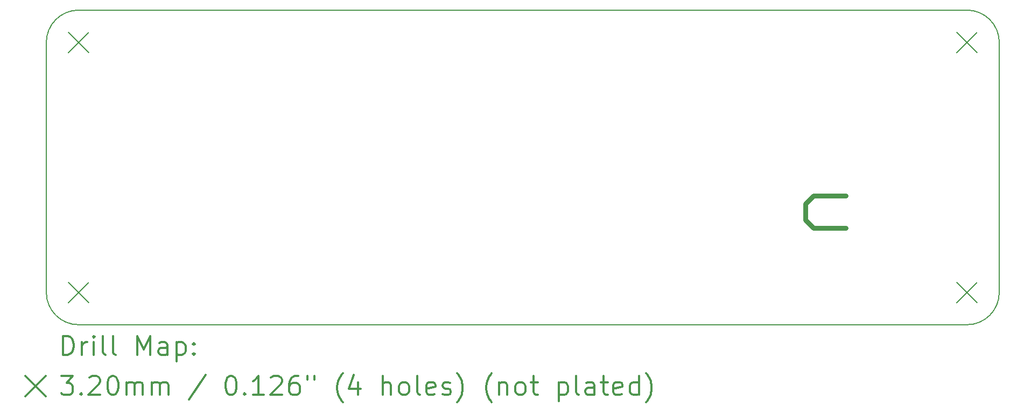
<source format=gbr>
%FSLAX45Y45*%
G04 Gerber Fmt 4.5, Leading zero omitted, Abs format (unit mm)*
G04 Created by KiCad (PCBNEW 4.0.6) date Thursday 08 June 2017 21:56:52*
%MOMM*%
%LPD*%
G01*
G04 APERTURE LIST*
%ADD10C,0.127000*%
%ADD11C,0.800000*%
%ADD12C,0.200000*%
%ADD13C,0.300000*%
G04 APERTURE END LIST*
D10*
D11*
X12065000Y1524000D02*
X12573000Y1524000D01*
X11938000Y1651000D02*
X12065000Y1524000D01*
X11938000Y1905000D02*
X11938000Y1651000D01*
X12065000Y2032000D02*
X11938000Y1905000D01*
X12573000Y2032000D02*
X12065000Y2032000D01*
D12*
X508000Y4953000D02*
X14478000Y4953000D01*
X0Y508000D02*
X0Y4445000D01*
X14478000Y0D02*
X508000Y0D01*
X14986000Y508000D02*
X14986000Y4445000D01*
X0Y508000D02*
G75*
G03X508000Y0I508000J0D01*
G01*
X508000Y4953000D02*
G75*
G03X0Y4445000I0J-508000D01*
G01*
X14986000Y4445000D02*
G75*
G03X14478000Y4953000I-508000J0D01*
G01*
X14478000Y0D02*
G75*
G03X14986000Y508000I0J508000D01*
G01*
D12*
X348000Y4605000D02*
X668000Y4285000D01*
X668000Y4605000D02*
X348000Y4285000D01*
X348000Y668000D02*
X668000Y348000D01*
X668000Y668000D02*
X348000Y348000D01*
X14318000Y4605000D02*
X14638000Y4285000D01*
X14638000Y4605000D02*
X14318000Y4285000D01*
X14318000Y668000D02*
X14638000Y348000D01*
X14638000Y668000D02*
X14318000Y348000D01*
D13*
X261428Y-475714D02*
X261428Y-175714D01*
X332857Y-175714D01*
X375714Y-190000D01*
X404286Y-218571D01*
X418571Y-247143D01*
X432857Y-304286D01*
X432857Y-347143D01*
X418571Y-404286D01*
X404286Y-432857D01*
X375714Y-461429D01*
X332857Y-475714D01*
X261428Y-475714D01*
X561429Y-475714D02*
X561429Y-275714D01*
X561429Y-332857D02*
X575714Y-304286D01*
X590000Y-290000D01*
X618571Y-275714D01*
X647143Y-275714D01*
X747143Y-475714D02*
X747143Y-275714D01*
X747143Y-175714D02*
X732857Y-190000D01*
X747143Y-204286D01*
X761428Y-190000D01*
X747143Y-175714D01*
X747143Y-204286D01*
X932857Y-475714D02*
X904286Y-461429D01*
X890000Y-432857D01*
X890000Y-175714D01*
X1090000Y-475714D02*
X1061429Y-461429D01*
X1047143Y-432857D01*
X1047143Y-175714D01*
X1432857Y-475714D02*
X1432857Y-175714D01*
X1532857Y-390000D01*
X1632857Y-175714D01*
X1632857Y-475714D01*
X1904286Y-475714D02*
X1904286Y-318572D01*
X1890000Y-290000D01*
X1861428Y-275714D01*
X1804286Y-275714D01*
X1775714Y-290000D01*
X1904286Y-461429D02*
X1875714Y-475714D01*
X1804286Y-475714D01*
X1775714Y-461429D01*
X1761428Y-432857D01*
X1761428Y-404286D01*
X1775714Y-375714D01*
X1804286Y-361429D01*
X1875714Y-361429D01*
X1904286Y-347143D01*
X2047143Y-275714D02*
X2047143Y-575714D01*
X2047143Y-290000D02*
X2075714Y-275714D01*
X2132857Y-275714D01*
X2161429Y-290000D01*
X2175714Y-304286D01*
X2190000Y-332857D01*
X2190000Y-418571D01*
X2175714Y-447143D01*
X2161429Y-461429D01*
X2132857Y-475714D01*
X2075714Y-475714D01*
X2047143Y-461429D01*
X2318571Y-447143D02*
X2332857Y-461429D01*
X2318571Y-475714D01*
X2304286Y-461429D01*
X2318571Y-447143D01*
X2318571Y-475714D01*
X2318571Y-290000D02*
X2332857Y-304286D01*
X2318571Y-318572D01*
X2304286Y-304286D01*
X2318571Y-290000D01*
X2318571Y-318572D01*
X-330000Y-810000D02*
X-10000Y-1130000D01*
X-10000Y-810000D02*
X-330000Y-1130000D01*
X232857Y-805714D02*
X418571Y-805714D01*
X318571Y-920000D01*
X361428Y-920000D01*
X390000Y-934286D01*
X404286Y-948571D01*
X418571Y-977143D01*
X418571Y-1048571D01*
X404286Y-1077143D01*
X390000Y-1091429D01*
X361428Y-1105714D01*
X275714Y-1105714D01*
X247143Y-1091429D01*
X232857Y-1077143D01*
X547143Y-1077143D02*
X561429Y-1091429D01*
X547143Y-1105714D01*
X532857Y-1091429D01*
X547143Y-1077143D01*
X547143Y-1105714D01*
X675714Y-834286D02*
X690000Y-820000D01*
X718571Y-805714D01*
X790000Y-805714D01*
X818571Y-820000D01*
X832857Y-834286D01*
X847143Y-862857D01*
X847143Y-891429D01*
X832857Y-934286D01*
X661428Y-1105714D01*
X847143Y-1105714D01*
X1032857Y-805714D02*
X1061429Y-805714D01*
X1090000Y-820000D01*
X1104286Y-834286D01*
X1118571Y-862857D01*
X1132857Y-920000D01*
X1132857Y-991429D01*
X1118571Y-1048571D01*
X1104286Y-1077143D01*
X1090000Y-1091429D01*
X1061429Y-1105714D01*
X1032857Y-1105714D01*
X1004286Y-1091429D01*
X990000Y-1077143D01*
X975714Y-1048571D01*
X961428Y-991429D01*
X961428Y-920000D01*
X975714Y-862857D01*
X990000Y-834286D01*
X1004286Y-820000D01*
X1032857Y-805714D01*
X1261429Y-1105714D02*
X1261429Y-905714D01*
X1261429Y-934286D02*
X1275714Y-920000D01*
X1304286Y-905714D01*
X1347143Y-905714D01*
X1375714Y-920000D01*
X1390000Y-948571D01*
X1390000Y-1105714D01*
X1390000Y-948571D02*
X1404286Y-920000D01*
X1432857Y-905714D01*
X1475714Y-905714D01*
X1504286Y-920000D01*
X1518571Y-948571D01*
X1518571Y-1105714D01*
X1661428Y-1105714D02*
X1661428Y-905714D01*
X1661428Y-934286D02*
X1675714Y-920000D01*
X1704286Y-905714D01*
X1747143Y-905714D01*
X1775714Y-920000D01*
X1790000Y-948571D01*
X1790000Y-1105714D01*
X1790000Y-948571D02*
X1804286Y-920000D01*
X1832857Y-905714D01*
X1875714Y-905714D01*
X1904286Y-920000D01*
X1918571Y-948571D01*
X1918571Y-1105714D01*
X2504286Y-791429D02*
X2247143Y-1177143D01*
X2890000Y-805714D02*
X2918571Y-805714D01*
X2947143Y-820000D01*
X2961428Y-834286D01*
X2975714Y-862857D01*
X2990000Y-920000D01*
X2990000Y-991429D01*
X2975714Y-1048571D01*
X2961428Y-1077143D01*
X2947143Y-1091429D01*
X2918571Y-1105714D01*
X2890000Y-1105714D01*
X2861428Y-1091429D01*
X2847143Y-1077143D01*
X2832857Y-1048571D01*
X2818571Y-991429D01*
X2818571Y-920000D01*
X2832857Y-862857D01*
X2847143Y-834286D01*
X2861428Y-820000D01*
X2890000Y-805714D01*
X3118571Y-1077143D02*
X3132857Y-1091429D01*
X3118571Y-1105714D01*
X3104286Y-1091429D01*
X3118571Y-1077143D01*
X3118571Y-1105714D01*
X3418571Y-1105714D02*
X3247143Y-1105714D01*
X3332857Y-1105714D02*
X3332857Y-805714D01*
X3304285Y-848571D01*
X3275714Y-877143D01*
X3247143Y-891429D01*
X3532857Y-834286D02*
X3547143Y-820000D01*
X3575714Y-805714D01*
X3647143Y-805714D01*
X3675714Y-820000D01*
X3690000Y-834286D01*
X3704285Y-862857D01*
X3704285Y-891429D01*
X3690000Y-934286D01*
X3518571Y-1105714D01*
X3704285Y-1105714D01*
X3961428Y-805714D02*
X3904285Y-805714D01*
X3875714Y-820000D01*
X3861428Y-834286D01*
X3832857Y-877143D01*
X3818571Y-934286D01*
X3818571Y-1048571D01*
X3832857Y-1077143D01*
X3847143Y-1091429D01*
X3875714Y-1105714D01*
X3932857Y-1105714D01*
X3961428Y-1091429D01*
X3975714Y-1077143D01*
X3990000Y-1048571D01*
X3990000Y-977143D01*
X3975714Y-948571D01*
X3961428Y-934286D01*
X3932857Y-920000D01*
X3875714Y-920000D01*
X3847143Y-934286D01*
X3832857Y-948571D01*
X3818571Y-977143D01*
X4104286Y-805714D02*
X4104286Y-862857D01*
X4218571Y-805714D02*
X4218571Y-862857D01*
X4661428Y-1220000D02*
X4647143Y-1205714D01*
X4618571Y-1162857D01*
X4604286Y-1134286D01*
X4590000Y-1091429D01*
X4575714Y-1020000D01*
X4575714Y-962857D01*
X4590000Y-891429D01*
X4604286Y-848571D01*
X4618571Y-820000D01*
X4647143Y-777143D01*
X4661428Y-762857D01*
X4904286Y-905714D02*
X4904286Y-1105714D01*
X4832857Y-791429D02*
X4761428Y-1005714D01*
X4947143Y-1005714D01*
X5290000Y-1105714D02*
X5290000Y-805714D01*
X5418571Y-1105714D02*
X5418571Y-948571D01*
X5404286Y-920000D01*
X5375714Y-905714D01*
X5332857Y-905714D01*
X5304286Y-920000D01*
X5290000Y-934286D01*
X5604285Y-1105714D02*
X5575714Y-1091429D01*
X5561428Y-1077143D01*
X5547143Y-1048571D01*
X5547143Y-962857D01*
X5561428Y-934286D01*
X5575714Y-920000D01*
X5604285Y-905714D01*
X5647143Y-905714D01*
X5675714Y-920000D01*
X5690000Y-934286D01*
X5704285Y-962857D01*
X5704285Y-1048571D01*
X5690000Y-1077143D01*
X5675714Y-1091429D01*
X5647143Y-1105714D01*
X5604285Y-1105714D01*
X5875714Y-1105714D02*
X5847143Y-1091429D01*
X5832857Y-1062857D01*
X5832857Y-805714D01*
X6104286Y-1091429D02*
X6075714Y-1105714D01*
X6018571Y-1105714D01*
X5990000Y-1091429D01*
X5975714Y-1062857D01*
X5975714Y-948571D01*
X5990000Y-920000D01*
X6018571Y-905714D01*
X6075714Y-905714D01*
X6104286Y-920000D01*
X6118571Y-948571D01*
X6118571Y-977143D01*
X5975714Y-1005714D01*
X6232857Y-1091429D02*
X6261428Y-1105714D01*
X6318571Y-1105714D01*
X6347143Y-1091429D01*
X6361428Y-1062857D01*
X6361428Y-1048571D01*
X6347143Y-1020000D01*
X6318571Y-1005714D01*
X6275714Y-1005714D01*
X6247143Y-991429D01*
X6232857Y-962857D01*
X6232857Y-948571D01*
X6247143Y-920000D01*
X6275714Y-905714D01*
X6318571Y-905714D01*
X6347143Y-920000D01*
X6461428Y-1220000D02*
X6475714Y-1205714D01*
X6504286Y-1162857D01*
X6518571Y-1134286D01*
X6532857Y-1091429D01*
X6547143Y-1020000D01*
X6547143Y-962857D01*
X6532857Y-891429D01*
X6518571Y-848571D01*
X6504286Y-820000D01*
X6475714Y-777143D01*
X6461428Y-762857D01*
X7004286Y-1220000D02*
X6990000Y-1205714D01*
X6961428Y-1162857D01*
X6947143Y-1134286D01*
X6932857Y-1091429D01*
X6918571Y-1020000D01*
X6918571Y-962857D01*
X6932857Y-891429D01*
X6947143Y-848571D01*
X6961428Y-820000D01*
X6990000Y-777143D01*
X7004286Y-762857D01*
X7118571Y-905714D02*
X7118571Y-1105714D01*
X7118571Y-934286D02*
X7132857Y-920000D01*
X7161428Y-905714D01*
X7204286Y-905714D01*
X7232857Y-920000D01*
X7247143Y-948571D01*
X7247143Y-1105714D01*
X7432857Y-1105714D02*
X7404286Y-1091429D01*
X7390000Y-1077143D01*
X7375714Y-1048571D01*
X7375714Y-962857D01*
X7390000Y-934286D01*
X7404286Y-920000D01*
X7432857Y-905714D01*
X7475714Y-905714D01*
X7504286Y-920000D01*
X7518571Y-934286D01*
X7532857Y-962857D01*
X7532857Y-1048571D01*
X7518571Y-1077143D01*
X7504286Y-1091429D01*
X7475714Y-1105714D01*
X7432857Y-1105714D01*
X7618571Y-905714D02*
X7732857Y-905714D01*
X7661428Y-805714D02*
X7661428Y-1062857D01*
X7675714Y-1091429D01*
X7704286Y-1105714D01*
X7732857Y-1105714D01*
X8061428Y-905714D02*
X8061428Y-1205714D01*
X8061428Y-920000D02*
X8090000Y-905714D01*
X8147143Y-905714D01*
X8175714Y-920000D01*
X8190000Y-934286D01*
X8204286Y-962857D01*
X8204286Y-1048571D01*
X8190000Y-1077143D01*
X8175714Y-1091429D01*
X8147143Y-1105714D01*
X8090000Y-1105714D01*
X8061428Y-1091429D01*
X8375714Y-1105714D02*
X8347143Y-1091429D01*
X8332857Y-1062857D01*
X8332857Y-805714D01*
X8618571Y-1105714D02*
X8618571Y-948571D01*
X8604286Y-920000D01*
X8575714Y-905714D01*
X8518571Y-905714D01*
X8490000Y-920000D01*
X8618571Y-1091429D02*
X8590000Y-1105714D01*
X8518571Y-1105714D01*
X8490000Y-1091429D01*
X8475714Y-1062857D01*
X8475714Y-1034286D01*
X8490000Y-1005714D01*
X8518571Y-991429D01*
X8590000Y-991429D01*
X8618571Y-977143D01*
X8718571Y-905714D02*
X8832857Y-905714D01*
X8761429Y-805714D02*
X8761429Y-1062857D01*
X8775714Y-1091429D01*
X8804286Y-1105714D01*
X8832857Y-1105714D01*
X9047143Y-1091429D02*
X9018572Y-1105714D01*
X8961429Y-1105714D01*
X8932857Y-1091429D01*
X8918572Y-1062857D01*
X8918572Y-948571D01*
X8932857Y-920000D01*
X8961429Y-905714D01*
X9018572Y-905714D01*
X9047143Y-920000D01*
X9061429Y-948571D01*
X9061429Y-977143D01*
X8918572Y-1005714D01*
X9318572Y-1105714D02*
X9318572Y-805714D01*
X9318572Y-1091429D02*
X9290000Y-1105714D01*
X9232857Y-1105714D01*
X9204286Y-1091429D01*
X9190000Y-1077143D01*
X9175714Y-1048571D01*
X9175714Y-962857D01*
X9190000Y-934286D01*
X9204286Y-920000D01*
X9232857Y-905714D01*
X9290000Y-905714D01*
X9318572Y-920000D01*
X9432857Y-1220000D02*
X9447143Y-1205714D01*
X9475714Y-1162857D01*
X9490000Y-1134286D01*
X9504286Y-1091429D01*
X9518572Y-1020000D01*
X9518572Y-962857D01*
X9504286Y-891429D01*
X9490000Y-848571D01*
X9475714Y-820000D01*
X9447143Y-777143D01*
X9432857Y-762857D01*
M02*

</source>
